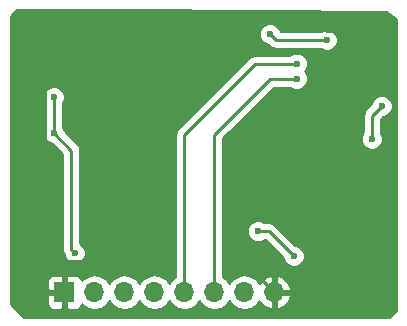
<source format=gbl>
G04 #@! TF.FileFunction,Copper,L2,Bot,Signal*
%FSLAX46Y46*%
G04 Gerber Fmt 4.6, Leading zero omitted, Abs format (unit mm)*
G04 Created by KiCad (PCBNEW 4.0.7) date Thursday, February 01, 2018 'PMt' 05:23:04 PM*
%MOMM*%
%LPD*%
G01*
G04 APERTURE LIST*
%ADD10C,0.100000*%
%ADD11R,1.700000X1.700000*%
%ADD12O,1.700000X1.700000*%
%ADD13C,0.600000*%
%ADD14C,0.250000*%
%ADD15C,0.254000*%
G04 APERTURE END LIST*
D10*
D11*
X106807000Y-116332000D03*
D12*
X109347000Y-116332000D03*
X111887000Y-116332000D03*
X114427000Y-116332000D03*
X116967000Y-116332000D03*
X119507000Y-116332000D03*
X122047000Y-116332000D03*
X124587000Y-116332000D03*
D13*
X133223000Y-94234000D03*
X128016000Y-93218000D03*
X123444000Y-93218000D03*
X118618000Y-96266000D03*
X115570000Y-113284000D03*
X122174000Y-113284000D03*
X111760000Y-112776000D03*
X105156000Y-113284000D03*
X105156000Y-107188000D03*
X104902000Y-94234000D03*
X104902000Y-98044000D03*
X123190000Y-111175000D03*
X126238000Y-113284000D03*
X126475000Y-98255000D03*
X126475000Y-96985000D03*
X133665000Y-100584000D03*
X132842000Y-103378000D03*
X129032000Y-94996000D03*
X124206000Y-94488000D03*
X107696000Y-113030000D03*
X105918000Y-99822000D03*
X105918000Y-102870000D03*
D14*
X128016000Y-93218000D02*
X129032000Y-94234000D01*
X129032000Y-94234000D02*
X133223000Y-94234000D01*
X121666000Y-93218000D02*
X123444000Y-93218000D01*
X118618000Y-96266000D02*
X121666000Y-93218000D01*
X115570000Y-113284000D02*
X112268000Y-113284000D01*
X112268000Y-113284000D02*
X111760000Y-112776000D01*
X124587000Y-116332000D02*
X122174000Y-113919000D01*
X122174000Y-113919000D02*
X122174000Y-113284000D01*
X111760000Y-112776000D02*
X110880999Y-113655001D01*
X110880999Y-113655001D02*
X105527001Y-113655001D01*
X105527001Y-113655001D02*
X105455999Y-113583999D01*
X105455999Y-113583999D02*
X105156000Y-113284000D01*
X105156000Y-113284000D02*
X105156000Y-107188000D01*
X105156000Y-107188000D02*
X105156000Y-98298000D01*
X105156000Y-98298000D02*
X104902000Y-98044000D01*
X104902000Y-98044000D02*
X104902000Y-94234000D01*
X126238000Y-113284000D02*
X124129000Y-111175000D01*
X124129000Y-111175000D02*
X123190000Y-111175000D01*
X119507000Y-116332000D02*
X119507000Y-102997000D01*
X119507000Y-102997000D02*
X124249000Y-98255000D01*
X124249000Y-98255000D02*
X126475000Y-98255000D01*
X122936000Y-97028000D02*
X126432000Y-97028000D01*
X126432000Y-97028000D02*
X126475000Y-96985000D01*
X116967000Y-102997000D02*
X122936000Y-97028000D01*
X116967000Y-116332000D02*
X116967000Y-102997000D01*
X132842000Y-103378000D02*
X132842000Y-101407000D01*
X132842000Y-101407000D02*
X133665000Y-100584000D01*
X124206000Y-94488000D02*
X124714000Y-94996000D01*
X124714000Y-94996000D02*
X129032000Y-94996000D01*
X107396001Y-112730001D02*
X107396001Y-104348001D01*
X107396001Y-104348001D02*
X105918000Y-102870000D01*
X107696000Y-113030000D02*
X107396001Y-112730001D01*
X105918000Y-102870000D02*
X105918000Y-99822000D01*
D15*
G36*
X134069209Y-92582656D02*
X134926000Y-93225250D01*
X134926000Y-117786069D01*
X134903075Y-117901319D01*
X134411318Y-118393076D01*
X134296070Y-118416000D01*
X103355606Y-118416000D01*
X102310000Y-117370394D01*
X102310000Y-116617750D01*
X105322000Y-116617750D01*
X105322000Y-117308309D01*
X105418673Y-117541698D01*
X105597301Y-117720327D01*
X105830690Y-117817000D01*
X106521250Y-117817000D01*
X106680000Y-117658250D01*
X106680000Y-116459000D01*
X105480750Y-116459000D01*
X105322000Y-116617750D01*
X102310000Y-116617750D01*
X102310000Y-115355691D01*
X105322000Y-115355691D01*
X105322000Y-116046250D01*
X105480750Y-116205000D01*
X106680000Y-116205000D01*
X106680000Y-115005750D01*
X106934000Y-115005750D01*
X106934000Y-116205000D01*
X106954000Y-116205000D01*
X106954000Y-116459000D01*
X106934000Y-116459000D01*
X106934000Y-117658250D01*
X107092750Y-117817000D01*
X107783310Y-117817000D01*
X108016699Y-117720327D01*
X108195327Y-117541698D01*
X108267597Y-117367223D01*
X108296946Y-117411147D01*
X108778715Y-117733054D01*
X109347000Y-117846093D01*
X109915285Y-117733054D01*
X110397054Y-117411147D01*
X110617000Y-117081974D01*
X110836946Y-117411147D01*
X111318715Y-117733054D01*
X111887000Y-117846093D01*
X112455285Y-117733054D01*
X112937054Y-117411147D01*
X113157000Y-117081974D01*
X113376946Y-117411147D01*
X113858715Y-117733054D01*
X114427000Y-117846093D01*
X114995285Y-117733054D01*
X115477054Y-117411147D01*
X115697000Y-117081974D01*
X115916946Y-117411147D01*
X116398715Y-117733054D01*
X116967000Y-117846093D01*
X117535285Y-117733054D01*
X118017054Y-117411147D01*
X118237000Y-117081974D01*
X118456946Y-117411147D01*
X118938715Y-117733054D01*
X119507000Y-117846093D01*
X120075285Y-117733054D01*
X120557054Y-117411147D01*
X120777000Y-117081974D01*
X120996946Y-117411147D01*
X121478715Y-117733054D01*
X122047000Y-117846093D01*
X122615285Y-117733054D01*
X123097054Y-117411147D01*
X123324702Y-117070447D01*
X123391817Y-117213358D01*
X123820076Y-117603645D01*
X124230110Y-117773476D01*
X124460000Y-117652155D01*
X124460000Y-116459000D01*
X124714000Y-116459000D01*
X124714000Y-117652155D01*
X124943890Y-117773476D01*
X125353924Y-117603645D01*
X125782183Y-117213358D01*
X126028486Y-116688892D01*
X125907819Y-116459000D01*
X124714000Y-116459000D01*
X124460000Y-116459000D01*
X124440000Y-116459000D01*
X124440000Y-116205000D01*
X124460000Y-116205000D01*
X124460000Y-115011845D01*
X124714000Y-115011845D01*
X124714000Y-116205000D01*
X125907819Y-116205000D01*
X126028486Y-115975108D01*
X125782183Y-115450642D01*
X125353924Y-115060355D01*
X124943890Y-114890524D01*
X124714000Y-115011845D01*
X124460000Y-115011845D01*
X124230110Y-114890524D01*
X123820076Y-115060355D01*
X123391817Y-115450642D01*
X123324702Y-115593553D01*
X123097054Y-115252853D01*
X122615285Y-114930946D01*
X122047000Y-114817907D01*
X121478715Y-114930946D01*
X120996946Y-115252853D01*
X120777000Y-115582026D01*
X120557054Y-115252853D01*
X120267000Y-115059046D01*
X120267000Y-111360167D01*
X122254838Y-111360167D01*
X122396883Y-111703943D01*
X122659673Y-111967192D01*
X123003201Y-112109838D01*
X123375167Y-112110162D01*
X123718943Y-111968117D01*
X123752118Y-111935000D01*
X123814198Y-111935000D01*
X125302878Y-113423680D01*
X125302838Y-113469167D01*
X125444883Y-113812943D01*
X125707673Y-114076192D01*
X126051201Y-114218838D01*
X126423167Y-114219162D01*
X126766943Y-114077117D01*
X127030192Y-113814327D01*
X127172838Y-113470799D01*
X127173162Y-113098833D01*
X127031117Y-112755057D01*
X126768327Y-112491808D01*
X126424799Y-112349162D01*
X126377923Y-112349121D01*
X124666401Y-110637599D01*
X124419839Y-110472852D01*
X124129000Y-110415000D01*
X123752463Y-110415000D01*
X123720327Y-110382808D01*
X123376799Y-110240162D01*
X123004833Y-110239838D01*
X122661057Y-110381883D01*
X122397808Y-110644673D01*
X122255162Y-110988201D01*
X122254838Y-111360167D01*
X120267000Y-111360167D01*
X120267000Y-103563167D01*
X131906838Y-103563167D01*
X132048883Y-103906943D01*
X132311673Y-104170192D01*
X132655201Y-104312838D01*
X133027167Y-104313162D01*
X133370943Y-104171117D01*
X133634192Y-103908327D01*
X133776838Y-103564799D01*
X133777162Y-103192833D01*
X133635117Y-102849057D01*
X133602000Y-102815882D01*
X133602000Y-101721802D01*
X133804680Y-101519122D01*
X133850167Y-101519162D01*
X134193943Y-101377117D01*
X134457192Y-101114327D01*
X134599838Y-100770799D01*
X134600162Y-100398833D01*
X134458117Y-100055057D01*
X134195327Y-99791808D01*
X133851799Y-99649162D01*
X133479833Y-99648838D01*
X133136057Y-99790883D01*
X132872808Y-100053673D01*
X132730162Y-100397201D01*
X132730121Y-100444077D01*
X132304599Y-100869599D01*
X132139852Y-101116161D01*
X132082000Y-101407000D01*
X132082000Y-102815537D01*
X132049808Y-102847673D01*
X131907162Y-103191201D01*
X131906838Y-103563167D01*
X120267000Y-103563167D01*
X120267000Y-103311802D01*
X124563802Y-99015000D01*
X125912537Y-99015000D01*
X125944673Y-99047192D01*
X126288201Y-99189838D01*
X126660167Y-99190162D01*
X127003943Y-99048117D01*
X127267192Y-98785327D01*
X127409838Y-98441799D01*
X127410162Y-98069833D01*
X127268117Y-97726057D01*
X127162290Y-97620046D01*
X127267192Y-97515327D01*
X127409838Y-97171799D01*
X127410162Y-96799833D01*
X127268117Y-96456057D01*
X127005327Y-96192808D01*
X126661799Y-96050162D01*
X126289833Y-96049838D01*
X125946057Y-96191883D01*
X125869807Y-96268000D01*
X122936000Y-96268000D01*
X122645161Y-96325852D01*
X122398599Y-96490599D01*
X116429599Y-102459599D01*
X116264852Y-102706161D01*
X116207000Y-102997000D01*
X116207000Y-115059046D01*
X115916946Y-115252853D01*
X115697000Y-115582026D01*
X115477054Y-115252853D01*
X114995285Y-114930946D01*
X114427000Y-114817907D01*
X113858715Y-114930946D01*
X113376946Y-115252853D01*
X113157000Y-115582026D01*
X112937054Y-115252853D01*
X112455285Y-114930946D01*
X111887000Y-114817907D01*
X111318715Y-114930946D01*
X110836946Y-115252853D01*
X110617000Y-115582026D01*
X110397054Y-115252853D01*
X109915285Y-114930946D01*
X109347000Y-114817907D01*
X108778715Y-114930946D01*
X108296946Y-115252853D01*
X108267597Y-115296777D01*
X108195327Y-115122302D01*
X108016699Y-114943673D01*
X107783310Y-114847000D01*
X107092750Y-114847000D01*
X106934000Y-115005750D01*
X106680000Y-115005750D01*
X106521250Y-114847000D01*
X105830690Y-114847000D01*
X105597301Y-114943673D01*
X105418673Y-115122302D01*
X105322000Y-115355691D01*
X102310000Y-115355691D01*
X102310000Y-100007167D01*
X104982838Y-100007167D01*
X105124883Y-100350943D01*
X105158000Y-100384118D01*
X105158000Y-102307537D01*
X105125808Y-102339673D01*
X104983162Y-102683201D01*
X104982838Y-103055167D01*
X105124883Y-103398943D01*
X105387673Y-103662192D01*
X105731201Y-103804838D01*
X105778077Y-103804879D01*
X106636001Y-104662803D01*
X106636001Y-112730001D01*
X106693853Y-113020840D01*
X106760920Y-113121213D01*
X106760838Y-113215167D01*
X106902883Y-113558943D01*
X107165673Y-113822192D01*
X107509201Y-113964838D01*
X107881167Y-113965162D01*
X108224943Y-113823117D01*
X108488192Y-113560327D01*
X108630838Y-113216799D01*
X108631162Y-112844833D01*
X108489117Y-112501057D01*
X108226327Y-112237808D01*
X108156001Y-112208606D01*
X108156001Y-104348001D01*
X108098149Y-104057162D01*
X107933402Y-103810600D01*
X106853122Y-102730320D01*
X106853162Y-102684833D01*
X106711117Y-102341057D01*
X106678000Y-102307882D01*
X106678000Y-100384463D01*
X106710192Y-100352327D01*
X106852838Y-100008799D01*
X106853162Y-99636833D01*
X106711117Y-99293057D01*
X106448327Y-99029808D01*
X106104799Y-98887162D01*
X105732833Y-98886838D01*
X105389057Y-99028883D01*
X105125808Y-99291673D01*
X104983162Y-99635201D01*
X104982838Y-100007167D01*
X102310000Y-100007167D01*
X102310000Y-94673167D01*
X123270838Y-94673167D01*
X123412883Y-95016943D01*
X123675673Y-95280192D01*
X124019201Y-95422838D01*
X124066077Y-95422879D01*
X124176599Y-95533401D01*
X124423161Y-95698148D01*
X124714000Y-95756000D01*
X128469537Y-95756000D01*
X128501673Y-95788192D01*
X128845201Y-95930838D01*
X129217167Y-95931162D01*
X129560943Y-95789117D01*
X129824192Y-95526327D01*
X129966838Y-95182799D01*
X129967162Y-94810833D01*
X129825117Y-94467057D01*
X129562327Y-94203808D01*
X129218799Y-94061162D01*
X128846833Y-94060838D01*
X128503057Y-94202883D01*
X128469882Y-94236000D01*
X125113547Y-94236000D01*
X124999117Y-93959057D01*
X124736327Y-93695808D01*
X124392799Y-93553162D01*
X124020833Y-93552838D01*
X123677057Y-93694883D01*
X123413808Y-93957673D01*
X123271162Y-94301201D01*
X123270838Y-94673167D01*
X102310000Y-94673167D01*
X102310000Y-93033930D01*
X102332924Y-92918682D01*
X102824681Y-92426925D01*
X102939931Y-92404000D01*
X112094443Y-92404000D01*
X134069209Y-92582656D01*
X134069209Y-92582656D01*
G37*
X134069209Y-92582656D02*
X134926000Y-93225250D01*
X134926000Y-117786069D01*
X134903075Y-117901319D01*
X134411318Y-118393076D01*
X134296070Y-118416000D01*
X103355606Y-118416000D01*
X102310000Y-117370394D01*
X102310000Y-116617750D01*
X105322000Y-116617750D01*
X105322000Y-117308309D01*
X105418673Y-117541698D01*
X105597301Y-117720327D01*
X105830690Y-117817000D01*
X106521250Y-117817000D01*
X106680000Y-117658250D01*
X106680000Y-116459000D01*
X105480750Y-116459000D01*
X105322000Y-116617750D01*
X102310000Y-116617750D01*
X102310000Y-115355691D01*
X105322000Y-115355691D01*
X105322000Y-116046250D01*
X105480750Y-116205000D01*
X106680000Y-116205000D01*
X106680000Y-115005750D01*
X106934000Y-115005750D01*
X106934000Y-116205000D01*
X106954000Y-116205000D01*
X106954000Y-116459000D01*
X106934000Y-116459000D01*
X106934000Y-117658250D01*
X107092750Y-117817000D01*
X107783310Y-117817000D01*
X108016699Y-117720327D01*
X108195327Y-117541698D01*
X108267597Y-117367223D01*
X108296946Y-117411147D01*
X108778715Y-117733054D01*
X109347000Y-117846093D01*
X109915285Y-117733054D01*
X110397054Y-117411147D01*
X110617000Y-117081974D01*
X110836946Y-117411147D01*
X111318715Y-117733054D01*
X111887000Y-117846093D01*
X112455285Y-117733054D01*
X112937054Y-117411147D01*
X113157000Y-117081974D01*
X113376946Y-117411147D01*
X113858715Y-117733054D01*
X114427000Y-117846093D01*
X114995285Y-117733054D01*
X115477054Y-117411147D01*
X115697000Y-117081974D01*
X115916946Y-117411147D01*
X116398715Y-117733054D01*
X116967000Y-117846093D01*
X117535285Y-117733054D01*
X118017054Y-117411147D01*
X118237000Y-117081974D01*
X118456946Y-117411147D01*
X118938715Y-117733054D01*
X119507000Y-117846093D01*
X120075285Y-117733054D01*
X120557054Y-117411147D01*
X120777000Y-117081974D01*
X120996946Y-117411147D01*
X121478715Y-117733054D01*
X122047000Y-117846093D01*
X122615285Y-117733054D01*
X123097054Y-117411147D01*
X123324702Y-117070447D01*
X123391817Y-117213358D01*
X123820076Y-117603645D01*
X124230110Y-117773476D01*
X124460000Y-117652155D01*
X124460000Y-116459000D01*
X124714000Y-116459000D01*
X124714000Y-117652155D01*
X124943890Y-117773476D01*
X125353924Y-117603645D01*
X125782183Y-117213358D01*
X126028486Y-116688892D01*
X125907819Y-116459000D01*
X124714000Y-116459000D01*
X124460000Y-116459000D01*
X124440000Y-116459000D01*
X124440000Y-116205000D01*
X124460000Y-116205000D01*
X124460000Y-115011845D01*
X124714000Y-115011845D01*
X124714000Y-116205000D01*
X125907819Y-116205000D01*
X126028486Y-115975108D01*
X125782183Y-115450642D01*
X125353924Y-115060355D01*
X124943890Y-114890524D01*
X124714000Y-115011845D01*
X124460000Y-115011845D01*
X124230110Y-114890524D01*
X123820076Y-115060355D01*
X123391817Y-115450642D01*
X123324702Y-115593553D01*
X123097054Y-115252853D01*
X122615285Y-114930946D01*
X122047000Y-114817907D01*
X121478715Y-114930946D01*
X120996946Y-115252853D01*
X120777000Y-115582026D01*
X120557054Y-115252853D01*
X120267000Y-115059046D01*
X120267000Y-111360167D01*
X122254838Y-111360167D01*
X122396883Y-111703943D01*
X122659673Y-111967192D01*
X123003201Y-112109838D01*
X123375167Y-112110162D01*
X123718943Y-111968117D01*
X123752118Y-111935000D01*
X123814198Y-111935000D01*
X125302878Y-113423680D01*
X125302838Y-113469167D01*
X125444883Y-113812943D01*
X125707673Y-114076192D01*
X126051201Y-114218838D01*
X126423167Y-114219162D01*
X126766943Y-114077117D01*
X127030192Y-113814327D01*
X127172838Y-113470799D01*
X127173162Y-113098833D01*
X127031117Y-112755057D01*
X126768327Y-112491808D01*
X126424799Y-112349162D01*
X126377923Y-112349121D01*
X124666401Y-110637599D01*
X124419839Y-110472852D01*
X124129000Y-110415000D01*
X123752463Y-110415000D01*
X123720327Y-110382808D01*
X123376799Y-110240162D01*
X123004833Y-110239838D01*
X122661057Y-110381883D01*
X122397808Y-110644673D01*
X122255162Y-110988201D01*
X122254838Y-111360167D01*
X120267000Y-111360167D01*
X120267000Y-103563167D01*
X131906838Y-103563167D01*
X132048883Y-103906943D01*
X132311673Y-104170192D01*
X132655201Y-104312838D01*
X133027167Y-104313162D01*
X133370943Y-104171117D01*
X133634192Y-103908327D01*
X133776838Y-103564799D01*
X133777162Y-103192833D01*
X133635117Y-102849057D01*
X133602000Y-102815882D01*
X133602000Y-101721802D01*
X133804680Y-101519122D01*
X133850167Y-101519162D01*
X134193943Y-101377117D01*
X134457192Y-101114327D01*
X134599838Y-100770799D01*
X134600162Y-100398833D01*
X134458117Y-100055057D01*
X134195327Y-99791808D01*
X133851799Y-99649162D01*
X133479833Y-99648838D01*
X133136057Y-99790883D01*
X132872808Y-100053673D01*
X132730162Y-100397201D01*
X132730121Y-100444077D01*
X132304599Y-100869599D01*
X132139852Y-101116161D01*
X132082000Y-101407000D01*
X132082000Y-102815537D01*
X132049808Y-102847673D01*
X131907162Y-103191201D01*
X131906838Y-103563167D01*
X120267000Y-103563167D01*
X120267000Y-103311802D01*
X124563802Y-99015000D01*
X125912537Y-99015000D01*
X125944673Y-99047192D01*
X126288201Y-99189838D01*
X126660167Y-99190162D01*
X127003943Y-99048117D01*
X127267192Y-98785327D01*
X127409838Y-98441799D01*
X127410162Y-98069833D01*
X127268117Y-97726057D01*
X127162290Y-97620046D01*
X127267192Y-97515327D01*
X127409838Y-97171799D01*
X127410162Y-96799833D01*
X127268117Y-96456057D01*
X127005327Y-96192808D01*
X126661799Y-96050162D01*
X126289833Y-96049838D01*
X125946057Y-96191883D01*
X125869807Y-96268000D01*
X122936000Y-96268000D01*
X122645161Y-96325852D01*
X122398599Y-96490599D01*
X116429599Y-102459599D01*
X116264852Y-102706161D01*
X116207000Y-102997000D01*
X116207000Y-115059046D01*
X115916946Y-115252853D01*
X115697000Y-115582026D01*
X115477054Y-115252853D01*
X114995285Y-114930946D01*
X114427000Y-114817907D01*
X113858715Y-114930946D01*
X113376946Y-115252853D01*
X113157000Y-115582026D01*
X112937054Y-115252853D01*
X112455285Y-114930946D01*
X111887000Y-114817907D01*
X111318715Y-114930946D01*
X110836946Y-115252853D01*
X110617000Y-115582026D01*
X110397054Y-115252853D01*
X109915285Y-114930946D01*
X109347000Y-114817907D01*
X108778715Y-114930946D01*
X108296946Y-115252853D01*
X108267597Y-115296777D01*
X108195327Y-115122302D01*
X108016699Y-114943673D01*
X107783310Y-114847000D01*
X107092750Y-114847000D01*
X106934000Y-115005750D01*
X106680000Y-115005750D01*
X106521250Y-114847000D01*
X105830690Y-114847000D01*
X105597301Y-114943673D01*
X105418673Y-115122302D01*
X105322000Y-115355691D01*
X102310000Y-115355691D01*
X102310000Y-100007167D01*
X104982838Y-100007167D01*
X105124883Y-100350943D01*
X105158000Y-100384118D01*
X105158000Y-102307537D01*
X105125808Y-102339673D01*
X104983162Y-102683201D01*
X104982838Y-103055167D01*
X105124883Y-103398943D01*
X105387673Y-103662192D01*
X105731201Y-103804838D01*
X105778077Y-103804879D01*
X106636001Y-104662803D01*
X106636001Y-112730001D01*
X106693853Y-113020840D01*
X106760920Y-113121213D01*
X106760838Y-113215167D01*
X106902883Y-113558943D01*
X107165673Y-113822192D01*
X107509201Y-113964838D01*
X107881167Y-113965162D01*
X108224943Y-113823117D01*
X108488192Y-113560327D01*
X108630838Y-113216799D01*
X108631162Y-112844833D01*
X108489117Y-112501057D01*
X108226327Y-112237808D01*
X108156001Y-112208606D01*
X108156001Y-104348001D01*
X108098149Y-104057162D01*
X107933402Y-103810600D01*
X106853122Y-102730320D01*
X106853162Y-102684833D01*
X106711117Y-102341057D01*
X106678000Y-102307882D01*
X106678000Y-100384463D01*
X106710192Y-100352327D01*
X106852838Y-100008799D01*
X106853162Y-99636833D01*
X106711117Y-99293057D01*
X106448327Y-99029808D01*
X106104799Y-98887162D01*
X105732833Y-98886838D01*
X105389057Y-99028883D01*
X105125808Y-99291673D01*
X104983162Y-99635201D01*
X104982838Y-100007167D01*
X102310000Y-100007167D01*
X102310000Y-94673167D01*
X123270838Y-94673167D01*
X123412883Y-95016943D01*
X123675673Y-95280192D01*
X124019201Y-95422838D01*
X124066077Y-95422879D01*
X124176599Y-95533401D01*
X124423161Y-95698148D01*
X124714000Y-95756000D01*
X128469537Y-95756000D01*
X128501673Y-95788192D01*
X128845201Y-95930838D01*
X129217167Y-95931162D01*
X129560943Y-95789117D01*
X129824192Y-95526327D01*
X129966838Y-95182799D01*
X129967162Y-94810833D01*
X129825117Y-94467057D01*
X129562327Y-94203808D01*
X129218799Y-94061162D01*
X128846833Y-94060838D01*
X128503057Y-94202883D01*
X128469882Y-94236000D01*
X125113547Y-94236000D01*
X124999117Y-93959057D01*
X124736327Y-93695808D01*
X124392799Y-93553162D01*
X124020833Y-93552838D01*
X123677057Y-93694883D01*
X123413808Y-93957673D01*
X123271162Y-94301201D01*
X123270838Y-94673167D01*
X102310000Y-94673167D01*
X102310000Y-93033930D01*
X102332924Y-92918682D01*
X102824681Y-92426925D01*
X102939931Y-92404000D01*
X112094443Y-92404000D01*
X134069209Y-92582656D01*
M02*

</source>
